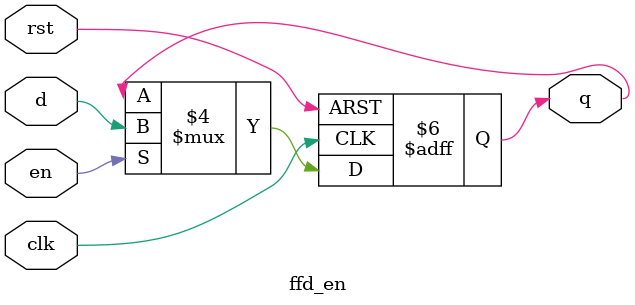
<source format=v>
`timescale 1ns / 1ns


module ffd_en(
    input clk,
    input rst,
    input d,
    input en,
    output reg q
);

    always @ (posedge rst, posedge clk) begin
        if (rst == 1'b1)
            q <= 0;
        else begin
            if (en == 1'b1)
                q <= d;
        end
    end

endmodule

</source>
